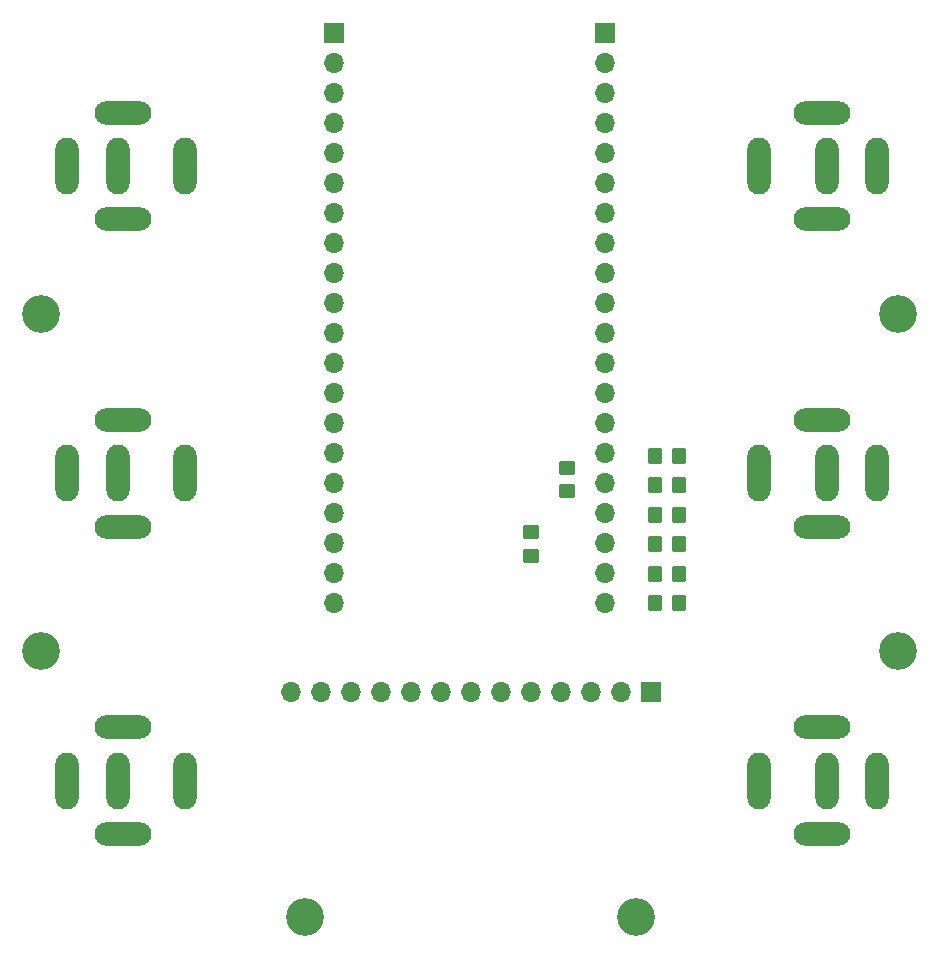
<source format=gbr>
%TF.GenerationSoftware,KiCad,Pcbnew,8.0.0*%
%TF.CreationDate,2024-04-08T20:49:20-04:00*%
%TF.ProjectId,Final Project,46696e61-6c20-4507-926f-6a6563742e6b,rev?*%
%TF.SameCoordinates,Original*%
%TF.FileFunction,Soldermask,Top*%
%TF.FilePolarity,Negative*%
%FSLAX46Y46*%
G04 Gerber Fmt 4.6, Leading zero omitted, Abs format (unit mm)*
G04 Created by KiCad (PCBNEW 8.0.0) date 2024-04-08 20:49:20*
%MOMM*%
%LPD*%
G01*
G04 APERTURE LIST*
G04 Aperture macros list*
%AMRoundRect*
0 Rectangle with rounded corners*
0 $1 Rounding radius*
0 $2 $3 $4 $5 $6 $7 $8 $9 X,Y pos of 4 corners*
0 Add a 4 corners polygon primitive as box body*
4,1,4,$2,$3,$4,$5,$6,$7,$8,$9,$2,$3,0*
0 Add four circle primitives for the rounded corners*
1,1,$1+$1,$2,$3*
1,1,$1+$1,$4,$5*
1,1,$1+$1,$6,$7*
1,1,$1+$1,$8,$9*
0 Add four rect primitives between the rounded corners*
20,1,$1+$1,$2,$3,$4,$5,0*
20,1,$1+$1,$4,$5,$6,$7,0*
20,1,$1+$1,$6,$7,$8,$9,0*
20,1,$1+$1,$8,$9,$2,$3,0*%
G04 Aperture macros list end*
%ADD10O,2.000000X4.800000*%
%ADD11O,4.800000X2.000000*%
%ADD12R,1.700000X1.700000*%
%ADD13O,1.700000X1.700000*%
%ADD14RoundRect,0.250000X-0.450000X0.350000X-0.450000X-0.350000X0.450000X-0.350000X0.450000X0.350000X0*%
%ADD15C,3.200000*%
%ADD16RoundRect,0.250000X-0.350000X-0.450000X0.350000X-0.450000X0.350000X0.450000X-0.350000X0.450000X0*%
%ADD17RoundRect,0.250000X0.350000X0.450000X-0.350000X0.450000X-0.350000X-0.450000X0.350000X-0.450000X0*%
G04 APERTURE END LIST*
D10*
%TO.C,U5*%
X27200000Y-65500000D03*
X31500000Y-65500000D03*
X37200000Y-65500000D03*
D11*
X31900000Y-70000000D03*
X31900000Y-61000000D03*
%TD*%
D12*
%TO.C,LPC1*%
X49750000Y-28180000D03*
D13*
X49750000Y-30720000D03*
X49750000Y-33260000D03*
X49750000Y-35800000D03*
X49750000Y-38340000D03*
X49750000Y-40880000D03*
X49750000Y-43420000D03*
X49750000Y-45960000D03*
X49750000Y-48500000D03*
X49750000Y-51040000D03*
X49750000Y-53580000D03*
X49750000Y-56120000D03*
X49750000Y-58660000D03*
X49750000Y-61200000D03*
X49750000Y-63740000D03*
X49750000Y-66280000D03*
X49750000Y-68820000D03*
X49750000Y-71360000D03*
X49750000Y-73900000D03*
X49750000Y-76440000D03*
X72750000Y-76460000D03*
X72750000Y-73920000D03*
X72750000Y-71380000D03*
X72750000Y-68840000D03*
X72750000Y-66300000D03*
X72750000Y-63760000D03*
X72750000Y-61220000D03*
X72750000Y-58680000D03*
X72750000Y-56140000D03*
X72750000Y-53600000D03*
X72750000Y-51060000D03*
X72750000Y-48520000D03*
X72750000Y-45980000D03*
X72750000Y-43440000D03*
X72750000Y-40900000D03*
X72750000Y-38360000D03*
X72750000Y-35820000D03*
X72750000Y-33280000D03*
X72750000Y-30740000D03*
D12*
X72750000Y-28200000D03*
%TD*%
D14*
%TO.C,R7*%
X69500000Y-65000000D03*
X69500000Y-67000000D03*
%TD*%
D10*
%TO.C,U3*%
X95800000Y-91500000D03*
X91500000Y-91500000D03*
X85800000Y-91500000D03*
D11*
X91100000Y-87000000D03*
X91100000Y-96000000D03*
%TD*%
D15*
%TO.C,REF\u002A\u002A*%
X25000000Y-52000000D03*
%TD*%
D16*
%TO.C,R4*%
X77000000Y-71500000D03*
X79000000Y-71500000D03*
%TD*%
D15*
%TO.C,REF\u002A\u002A*%
X25000000Y-80500000D03*
%TD*%
D16*
%TO.C,R2*%
X77000000Y-66500000D03*
X79000000Y-66500000D03*
%TD*%
D12*
%TO.C,U7*%
X76640000Y-84000000D03*
D13*
X74100000Y-84000000D03*
X71560000Y-84000000D03*
X69020000Y-84000000D03*
X66480000Y-84000000D03*
X63940000Y-84000000D03*
X61400000Y-84000000D03*
X58860000Y-84000000D03*
X56320000Y-84000000D03*
X53780000Y-84000000D03*
X51240000Y-84000000D03*
X48700000Y-84000000D03*
X46160000Y-84000000D03*
%TD*%
D15*
%TO.C,REF\u002A\u002A*%
X97500000Y-80500000D03*
%TD*%
D10*
%TO.C,U4*%
X27200000Y-91500000D03*
X31500000Y-91500000D03*
X37200000Y-91500000D03*
D11*
X31900000Y-96000000D03*
X31900000Y-87000000D03*
%TD*%
D14*
%TO.C,R8*%
X66500000Y-70500000D03*
X66500000Y-72500000D03*
%TD*%
D15*
%TO.C,REF\u002A\u002A*%
X47328048Y-103077455D03*
%TD*%
D10*
%TO.C,U1*%
X95800000Y-39500000D03*
X91500000Y-39500000D03*
X85800000Y-39500000D03*
D11*
X91100000Y-35000000D03*
X91100000Y-44000000D03*
%TD*%
D16*
%TO.C,R1*%
X77000000Y-64000000D03*
X79000000Y-64000000D03*
%TD*%
%TO.C,R6*%
X77000000Y-76500000D03*
X79000000Y-76500000D03*
%TD*%
D17*
%TO.C,R3*%
X79000000Y-69000000D03*
X77000000Y-69000000D03*
%TD*%
D16*
%TO.C,R5*%
X77000000Y-74000000D03*
X79000000Y-74000000D03*
%TD*%
D10*
%TO.C,U6*%
X27200000Y-39500000D03*
X31500000Y-39500000D03*
X37200000Y-39500000D03*
D11*
X31900000Y-44000000D03*
X31900000Y-35000000D03*
%TD*%
D10*
%TO.C,U2*%
X95800000Y-65500000D03*
X91500000Y-65500000D03*
X85800000Y-65500000D03*
D11*
X91100000Y-61000000D03*
X91100000Y-70000000D03*
%TD*%
D15*
%TO.C,REF\u002A\u002A*%
X97500000Y-52000000D03*
%TD*%
%TO.C,REF\u002A\u002A*%
X75330000Y-103070000D03*
%TD*%
M02*

</source>
